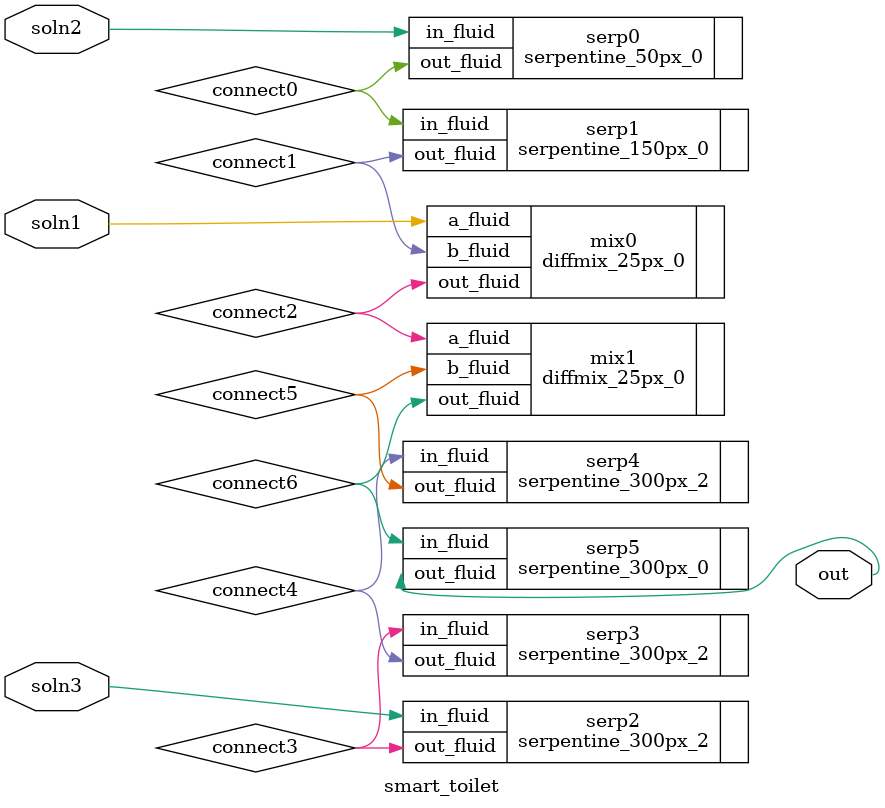
<source format=v>
module smart_toilet (
    soln1,
    soln2,
    soln3,
    out
);

input   soln1, soln2, soln3;
output  out;

wire    connect0,  connect1,  connect2,  connect3,  connect4,  connect5,  connect6,  connect7,  connect8,  connect9,
        connect10, connect11, connect12;

// Specification
serpentine_50px_0   serp0   (.in_fluid(soln2), .out_fluid(connect0));
serpentine_150px_0  serp1   (.in_fluid(connect0), .out_fluid(connect1));

diffmix_25px_0      mix0    (.a_fluid(soln1), .b_fluid(connect1), .out_fluid(connect2));

serpentine_300px_2  serp2   (.in_fluid(soln3), .out_fluid(connect3));
serpentine_300px_2  serp3   (.in_fluid(connect3), .out_fluid(connect4));
serpentine_300px_2  serp4   (.in_fluid(connect4), .out_fluid(connect5));

diffmix_25px_0      mix1    (.a_fluid(connect2), .b_fluid(connect5), .out_fluid(connect6));

serpentine_300px_0  serp5  (.in_fluid(connect6), .out_fluid(out));

// Implemented
// serpentine_300px_2  serp0   (.in_fluid(soln2), .out_fluid(connect0));

// diffmix_25px_0      mix0    (.a_fluid(soln1), .b_fluid(connect0), .out_fluid(connect1));

// serpentine_300px_2  serp1   (.in_fluid(soln3), .out_fluid(connect2));
// serpentine_300px_2  serp2   (.in_fluid(connect2), .out_fluid(connect3));
// serpentine_300px_2  serp3   (.in_fluid(connect3), .out_fluid(connect4));
// serpentine_300px_2  serp4   (.in_fluid(connect4), .out_fluid(connect5));
// serpentine_300px_2  serp5   (.in_fluid(connect5), .out_fluid(connect6));
// serpentine_300px_2  serp6   (.in_fluid(connect6), .out_fluid(connect7));

// diffmix_25px_0      mix1    (.a_fluid(connect1), .b_fluid(connect7), .out_fluid(connect8));

// serpentine_300px_0  serp7  (.in_fluid(connect8), .out_fluid(out));

endmodule
</source>
